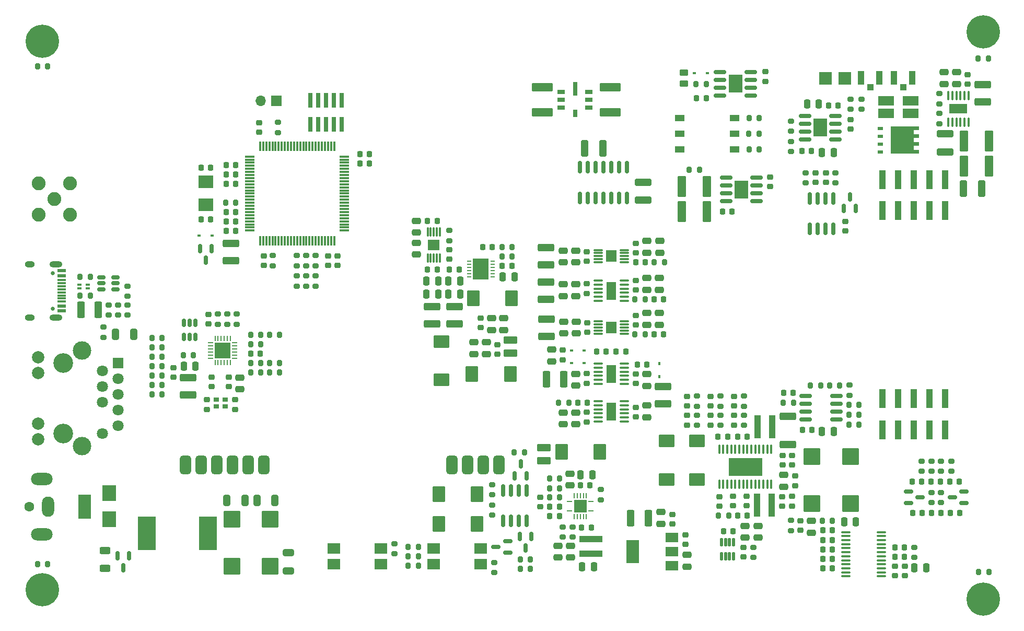
<source format=gts>
G04 #@! TF.GenerationSoftware,KiCad,Pcbnew,(6.0.0)*
G04 #@! TF.CreationDate,2022-07-08T19:13:57+08:00*
G04 #@! TF.ProjectId,kirdy,6b697264-792e-46b6-9963-61645f706362,rev?*
G04 #@! TF.SameCoordinates,Original*
G04 #@! TF.FileFunction,Soldermask,Top*
G04 #@! TF.FilePolarity,Negative*
%FSLAX46Y46*%
G04 Gerber Fmt 4.6, Leading zero omitted, Abs format (unit mm)*
G04 Created by KiCad (PCBNEW (6.0.0)) date 2022-07-08 19:13:57*
%MOMM*%
%LPD*%
G01*
G04 APERTURE LIST*
G04 Aperture macros list*
%AMRoundRect*
0 Rectangle with rounded corners*
0 $1 Rounding radius*
0 $2 $3 $4 $5 $6 $7 $8 $9 X,Y pos of 4 corners*
0 Add a 4 corners polygon primitive as box body*
4,1,4,$2,$3,$4,$5,$6,$7,$8,$9,$2,$3,0*
0 Add four circle primitives for the rounded corners*
1,1,$1+$1,$2,$3*
1,1,$1+$1,$4,$5*
1,1,$1+$1,$6,$7*
1,1,$1+$1,$8,$9*
0 Add four rect primitives between the rounded corners*
20,1,$1+$1,$2,$3,$4,$5,0*
20,1,$1+$1,$4,$5,$6,$7,0*
20,1,$1+$1,$6,$7,$8,$9,0*
20,1,$1+$1,$8,$9,$2,$3,0*%
%AMFreePoly0*
4,1,17,2.675000,1.605000,1.875000,1.605000,1.875000,0.935000,2.675000,0.935000,2.675000,0.335000,1.875000,0.335000,1.875000,-0.335000,2.675000,-0.335000,2.675000,-0.935000,1.875000,-0.935000,1.875000,-1.605000,2.675000,-1.605000,2.675000,-2.205000,-1.875000,-2.205000,-1.875000,2.205000,2.675000,2.205000,2.675000,1.605000,2.675000,1.605000,$1*%
G04 Aperture macros list end*
%ADD10C,3.200000*%
%ADD11R,1.800000X1.800000*%
%ADD12C,1.800000*%
%ADD13C,2.000000*%
%ADD14C,3.000000*%
%ADD15RoundRect,0.200000X0.200000X0.275000X-0.200000X0.275000X-0.200000X-0.275000X0.200000X-0.275000X0*%
%ADD16RoundRect,0.200000X-0.200000X-0.275000X0.200000X-0.275000X0.200000X0.275000X-0.200000X0.275000X0*%
%ADD17RoundRect,0.225000X-0.225000X-0.250000X0.225000X-0.250000X0.225000X0.250000X-0.225000X0.250000X0*%
%ADD18RoundRect,0.225000X0.225000X0.250000X-0.225000X0.250000X-0.225000X-0.250000X0.225000X-0.250000X0*%
%ADD19RoundRect,0.150000X0.150000X-0.587500X0.150000X0.587500X-0.150000X0.587500X-0.150000X-0.587500X0*%
%ADD20RoundRect,0.250000X-0.475000X0.250000X-0.475000X-0.250000X0.475000X-0.250000X0.475000X0.250000X0*%
%ADD21RoundRect,0.250000X1.075000X-0.375000X1.075000X0.375000X-1.075000X0.375000X-1.075000X-0.375000X0*%
%ADD22RoundRect,0.225000X0.250000X-0.225000X0.250000X0.225000X-0.250000X0.225000X-0.250000X-0.225000X0*%
%ADD23RoundRect,0.075000X-0.725000X-0.075000X0.725000X-0.075000X0.725000X0.075000X-0.725000X0.075000X0*%
%ADD24RoundRect,0.075000X-0.075000X-0.725000X0.075000X-0.725000X0.075000X0.725000X-0.075000X0.725000X0*%
%ADD25RoundRect,0.200000X-0.275000X0.200000X-0.275000X-0.200000X0.275000X-0.200000X0.275000X0.200000X0*%
%ADD26RoundRect,0.200000X0.275000X-0.200000X0.275000X0.200000X-0.275000X0.200000X-0.275000X-0.200000X0*%
%ADD27R,2.300000X2.500000*%
%ADD28R,2.900000X5.400000*%
%ADD29RoundRect,0.250000X0.250000X0.475000X-0.250000X0.475000X-0.250000X-0.475000X0.250000X-0.475000X0*%
%ADD30RoundRect,0.150000X-0.825000X-0.150000X0.825000X-0.150000X0.825000X0.150000X-0.825000X0.150000X0*%
%ADD31R,2.290000X3.000000*%
%ADD32RoundRect,0.250000X0.475000X-0.250000X0.475000X0.250000X-0.475000X0.250000X-0.475000X-0.250000X0*%
%ADD33RoundRect,0.150000X0.150000X-0.512500X0.150000X0.512500X-0.150000X0.512500X-0.150000X-0.512500X0*%
%ADD34RoundRect,0.249999X-0.450001X-1.450001X0.450001X-1.450001X0.450001X1.450001X-0.450001X1.450001X0*%
%ADD35RoundRect,0.225000X-0.250000X0.225000X-0.250000X-0.225000X0.250000X-0.225000X0.250000X0.225000X0*%
%ADD36C,2.250000*%
%ADD37C,0.650000*%
%ADD38R,1.450000X0.600000*%
%ADD39R,1.450000X0.300000*%
%ADD40O,1.600000X1.000000*%
%ADD41O,2.100000X1.000000*%
%ADD42RoundRect,0.100000X-0.625000X-0.100000X0.625000X-0.100000X0.625000X0.100000X-0.625000X0.100000X0*%
%ADD43R,1.650000X2.850000*%
%ADD44C,0.800000*%
%ADD45C,5.400000*%
%ADD46R,0.740000X2.400000*%
%ADD47R,2.000000X1.500000*%
%ADD48R,2.000000X3.800000*%
%ADD49RoundRect,0.100000X0.625000X0.100000X-0.625000X0.100000X-0.625000X-0.100000X0.625000X-0.100000X0*%
%ADD50RoundRect,0.250000X0.850000X-0.375000X0.850000X0.375000X-0.850000X0.375000X-0.850000X-0.375000X0*%
%ADD51R,0.900000X0.800000*%
%ADD52RoundRect,0.250000X0.325000X0.650000X-0.325000X0.650000X-0.325000X-0.650000X0.325000X-0.650000X0*%
%ADD53R,3.700000X0.980000*%
%ADD54RoundRect,0.250000X-0.250000X-0.475000X0.250000X-0.475000X0.250000X0.475000X-0.250000X0.475000X0*%
%ADD55RoundRect,0.150000X-0.150000X0.825000X-0.150000X-0.825000X0.150000X-0.825000X0.150000X0.825000X0*%
%ADD56R,1.000000X1.050000*%
%ADD57R,1.050000X2.200000*%
%ADD58RoundRect,0.099900X1.250100X-1.250100X1.250100X1.250100X-1.250100X1.250100X-1.250100X-1.250100X0*%
%ADD59RoundRect,0.250000X-0.375000X-1.075000X0.375000X-1.075000X0.375000X1.075000X-0.375000X1.075000X0*%
%ADD60R,0.600000X0.450000*%
%ADD61RoundRect,0.250000X0.787500X1.025000X-0.787500X1.025000X-0.787500X-1.025000X0.787500X-1.025000X0*%
%ADD62RoundRect,0.250000X-0.325000X-0.650000X0.325000X-0.650000X0.325000X0.650000X-0.325000X0.650000X0*%
%ADD63RoundRect,0.100000X-0.637500X-0.100000X0.637500X-0.100000X0.637500X0.100000X-0.637500X0.100000X0*%
%ADD64RoundRect,0.015000X0.275000X-0.135000X0.275000X0.135000X-0.275000X0.135000X-0.275000X-0.135000X0*%
%ADD65RoundRect,0.250000X-0.325000X-1.100000X0.325000X-1.100000X0.325000X1.100000X-0.325000X1.100000X0*%
%ADD66RoundRect,0.250000X-1.075000X0.375000X-1.075000X-0.375000X1.075000X-0.375000X1.075000X0.375000X0*%
%ADD67RoundRect,0.150000X-0.150000X0.587500X-0.150000X-0.587500X0.150000X-0.587500X0.150000X0.587500X0*%
%ADD68R,1.000000X3.150000*%
%ADD69R,2.000000X1.780000*%
%ADD70RoundRect,0.250000X1.075000X-0.362500X1.075000X0.362500X-1.075000X0.362500X-1.075000X-0.362500X0*%
%ADD71RoundRect,0.150000X0.825000X0.150000X-0.825000X0.150000X-0.825000X-0.150000X0.825000X-0.150000X0*%
%ADD72R,2.550000X1.550000*%
%ADD73RoundRect,0.249999X1.450001X-0.450001X1.450001X0.450001X-1.450001X0.450001X-1.450001X-0.450001X0*%
%ADD74RoundRect,0.250000X-0.787500X-1.025000X0.787500X-1.025000X0.787500X1.025000X-0.787500X1.025000X0*%
%ADD75R,2.000000X2.000000*%
%ADD76RoundRect,0.062500X0.062500X-0.350000X0.062500X0.350000X-0.062500X0.350000X-0.062500X-0.350000X0*%
%ADD77RoundRect,0.062500X0.350000X-0.062500X0.350000X0.062500X-0.350000X0.062500X-0.350000X-0.062500X0*%
%ADD78R,2.600000X2.600000*%
%ADD79RoundRect,0.250000X1.025000X-0.787500X1.025000X0.787500X-1.025000X0.787500X-1.025000X-0.787500X0*%
%ADD80RoundRect,0.250000X0.450000X-0.262500X0.450000X0.262500X-0.450000X0.262500X-0.450000X-0.262500X0*%
%ADD81R,0.980000X3.700000*%
%ADD82RoundRect,0.450000X-0.450000X-1.050000X0.450000X-1.050000X0.450000X1.050000X-0.450000X1.050000X0*%
%ADD83RoundRect,0.250000X-1.025000X0.787500X-1.025000X-0.787500X1.025000X-0.787500X1.025000X0.787500X0*%
%ADD84RoundRect,0.100000X-0.100000X0.625000X-0.100000X-0.625000X0.100000X-0.625000X0.100000X0.625000X0*%
%ADD85R,2.850000X1.650000*%
%ADD86RoundRect,0.250000X0.325000X1.100000X-0.325000X1.100000X-0.325000X-1.100000X0.325000X-1.100000X0*%
%ADD87RoundRect,0.250000X1.100000X-0.325000X1.100000X0.325000X-1.100000X0.325000X-1.100000X-0.325000X0*%
%ADD88R,0.700000X0.250000*%
%ADD89R,2.660000X3.380000*%
%ADD90R,1.700000X1.700000*%
%ADD91O,1.700000X1.700000*%
%ADD92RoundRect,0.100000X0.100000X-0.637500X0.100000X0.637500X-0.100000X0.637500X-0.100000X-0.637500X0*%
%ADD93R,5.400000X2.850000*%
%ADD94C,1.600000*%
%ADD95R,2.000000X4.000000*%
%ADD96O,2.000000X3.300000*%
%ADD97O,3.500000X2.000000*%
%ADD98RoundRect,0.125000X-0.125000X0.537500X-0.125000X-0.537500X0.125000X-0.537500X0.125000X0.537500X0*%
%ADD99RoundRect,0.075000X-0.650000X-0.075000X0.650000X-0.075000X0.650000X0.075000X-0.650000X0.075000X0*%
%ADD100R,1.680000X1.880000*%
%ADD101RoundRect,0.150000X0.587500X0.150000X-0.587500X0.150000X-0.587500X-0.150000X0.587500X-0.150000X0*%
%ADD102R,0.850000X0.280000*%
%ADD103R,0.280000X0.850000*%
%ADD104R,2.050000X2.050000*%
%ADD105RoundRect,0.249999X-1.450001X0.450001X-1.450001X-0.450001X1.450001X-0.450001X1.450001X0.450001X0*%
%ADD106RoundRect,0.075000X0.075000X-0.650000X0.075000X0.650000X-0.075000X0.650000X-0.075000X-0.650000X0*%
%ADD107R,1.880000X1.680000*%
%ADD108R,2.400000X2.000000*%
%ADD109FreePoly0,0.000000*%
%ADD110R,0.850000X0.500000*%
%ADD111R,1.500000X1.100000*%
%ADD112R,0.450000X0.600000*%
%ADD113RoundRect,0.250000X-1.100000X0.325000X-1.100000X-0.325000X1.100000X-0.325000X1.100000X0.325000X0*%
%ADD114RoundRect,0.249999X0.450001X1.450001X-0.450001X1.450001X-0.450001X-1.450001X0.450001X-1.450001X0*%
%ADD115RoundRect,0.250000X0.625000X-0.312500X0.625000X0.312500X-0.625000X0.312500X-0.625000X-0.312500X0*%
%ADD116RoundRect,0.250000X0.375000X1.075000X-0.375000X1.075000X-0.375000X-1.075000X0.375000X-1.075000X0*%
%ADD117R,1.295400X0.635000*%
%ADD118R,0.635000X1.295400*%
%ADD119R,0.635000X2.311400*%
%ADD120RoundRect,0.250000X-0.650000X0.325000X-0.650000X-0.325000X0.650000X-0.325000X0.650000X0.325000X0*%
%ADD121RoundRect,0.150000X-0.512500X-0.150000X0.512500X-0.150000X0.512500X0.150000X-0.512500X0.150000X0*%
%ADD122RoundRect,0.150000X-0.587500X-0.150000X0.587500X-0.150000X0.587500X0.150000X-0.587500X0.150000X0*%
G04 APERTURE END LIST*
D10*
X6906400Y-69122600D03*
X6906400Y-57692600D03*
D11*
X15796400Y-57692600D03*
D12*
X13256400Y-58962600D03*
X15796400Y-60232600D03*
X13256400Y-61502600D03*
X15796400Y-62772600D03*
X13256400Y-64042600D03*
X15796400Y-65312600D03*
X15796400Y-67852600D03*
X13256400Y-69122600D03*
D13*
X2846400Y-56772600D03*
X2846400Y-59312600D03*
X2846400Y-67492600D03*
X2846400Y-70032600D03*
D14*
X9956400Y-71152600D03*
X9956400Y-55652600D03*
D15*
X38925800Y-53117000D03*
X37275800Y-53117000D03*
X64469800Y-87521000D03*
X62819800Y-87521000D03*
D16*
X80991000Y-89515000D03*
X82641000Y-89515000D03*
D17*
X37325800Y-56165000D03*
X38875800Y-56165000D03*
D18*
X149189800Y-82022000D03*
X147639800Y-82022000D03*
D19*
X80104000Y-75949100D03*
X82004000Y-75949100D03*
X81054000Y-74074100D03*
D20*
X107978000Y-88793600D03*
X107978000Y-90693600D03*
D21*
X34077000Y-41128000D03*
X34077000Y-38328000D03*
D22*
X111838800Y-64661400D03*
X111838800Y-63111400D03*
D17*
X65953400Y-42534800D03*
X67503400Y-42534800D03*
D23*
X37156000Y-24226000D03*
X37156000Y-24726000D03*
X37156000Y-25226000D03*
X37156000Y-25726000D03*
X37156000Y-26226000D03*
X37156000Y-26726000D03*
X37156000Y-27226000D03*
X37156000Y-27726000D03*
X37156000Y-28226000D03*
X37156000Y-28726000D03*
X37156000Y-29226000D03*
X37156000Y-29726000D03*
X37156000Y-30226000D03*
X37156000Y-30726000D03*
X37156000Y-31226000D03*
X37156000Y-31726000D03*
X37156000Y-32226000D03*
X37156000Y-32726000D03*
X37156000Y-33226000D03*
X37156000Y-33726000D03*
X37156000Y-34226000D03*
X37156000Y-34726000D03*
X37156000Y-35226000D03*
X37156000Y-35726000D03*
X37156000Y-36226000D03*
D24*
X38831000Y-37901000D03*
X39331000Y-37901000D03*
X39831000Y-37901000D03*
X40331000Y-37901000D03*
X40831000Y-37901000D03*
X41331000Y-37901000D03*
X41831000Y-37901000D03*
X42331000Y-37901000D03*
X42831000Y-37901000D03*
X43331000Y-37901000D03*
X43831000Y-37901000D03*
X44331000Y-37901000D03*
X44831000Y-37901000D03*
X45331000Y-37901000D03*
X45831000Y-37901000D03*
X46331000Y-37901000D03*
X46831000Y-37901000D03*
X47331000Y-37901000D03*
X47831000Y-37901000D03*
X48331000Y-37901000D03*
X48831000Y-37901000D03*
X49331000Y-37901000D03*
X49831000Y-37901000D03*
X50331000Y-37901000D03*
X50831000Y-37901000D03*
D23*
X52506000Y-36226000D03*
X52506000Y-35726000D03*
X52506000Y-35226000D03*
X52506000Y-34726000D03*
X52506000Y-34226000D03*
X52506000Y-33726000D03*
X52506000Y-33226000D03*
X52506000Y-32726000D03*
X52506000Y-32226000D03*
X52506000Y-31726000D03*
X52506000Y-31226000D03*
X52506000Y-30726000D03*
X52506000Y-30226000D03*
X52506000Y-29726000D03*
X52506000Y-29226000D03*
X52506000Y-28726000D03*
X52506000Y-28226000D03*
X52506000Y-27726000D03*
X52506000Y-27226000D03*
X52506000Y-26726000D03*
X52506000Y-26226000D03*
X52506000Y-25726000D03*
X52506000Y-25226000D03*
X52506000Y-24726000D03*
X52506000Y-24226000D03*
D24*
X50831000Y-22551000D03*
X50331000Y-22551000D03*
X49831000Y-22551000D03*
X49331000Y-22551000D03*
X48831000Y-22551000D03*
X48331000Y-22551000D03*
X47831000Y-22551000D03*
X47331000Y-22551000D03*
X46831000Y-22551000D03*
X46331000Y-22551000D03*
X45831000Y-22551000D03*
X45331000Y-22551000D03*
X44831000Y-22551000D03*
X44331000Y-22551000D03*
X43831000Y-22551000D03*
X43331000Y-22551000D03*
X42831000Y-22551000D03*
X42331000Y-22551000D03*
X41831000Y-22551000D03*
X41331000Y-22551000D03*
X40831000Y-22551000D03*
X40331000Y-22551000D03*
X39831000Y-22551000D03*
X39331000Y-22551000D03*
X38831000Y-22551000D03*
D22*
X115648800Y-64661400D03*
X115648800Y-63111400D03*
D15*
X38925800Y-54641000D03*
X37275800Y-54641000D03*
D22*
X108028800Y-67760200D03*
X108028800Y-66210200D03*
D20*
X86106000Y-55537400D03*
X86106000Y-57437400D03*
D25*
X118773000Y-87547000D03*
X118773000Y-89197000D03*
D15*
X41973800Y-53117000D03*
X40323800Y-53117000D03*
D26*
X144833400Y-89210000D03*
X144833400Y-87560000D03*
D25*
X113413600Y-63061400D03*
X113413600Y-64711400D03*
D15*
X156834400Y-8362000D03*
X155184400Y-8362000D03*
D22*
X91770200Y-60986000D03*
X91770200Y-59436000D03*
D27*
X14351000Y-78749000D03*
X14351000Y-83049000D03*
D17*
X65953400Y-34635400D03*
X67503400Y-34635400D03*
D28*
X20466800Y-85307000D03*
X30366800Y-85307000D03*
D29*
X71226800Y-46504300D03*
X69326800Y-46504300D03*
D30*
X113377000Y-10521000D03*
X113377000Y-11791000D03*
X113377000Y-13061000D03*
X113377000Y-14331000D03*
X118327000Y-14331000D03*
X118327000Y-13061000D03*
X118327000Y-11791000D03*
X118327000Y-10521000D03*
D31*
X115852000Y-12426000D03*
D32*
X89029600Y-77536400D03*
X89029600Y-75636400D03*
D33*
X26482800Y-53492500D03*
X27432800Y-53492500D03*
X28382800Y-53492500D03*
X28382800Y-51217500D03*
X27432800Y-51217500D03*
X26482800Y-51217500D03*
D26*
X47793000Y-41947000D03*
X47793000Y-40297000D03*
D34*
X152890000Y-25781000D03*
X156990000Y-25781000D03*
D25*
X109603600Y-63061400D03*
X109603600Y-64711400D03*
D16*
X99581200Y-47358600D03*
X101231200Y-47358600D03*
D18*
X131536800Y-89426400D03*
X129986800Y-89426400D03*
D35*
X91770200Y-44869400D03*
X91770200Y-46419400D03*
X117186000Y-87571600D03*
X117186000Y-89121600D03*
D18*
X101232000Y-41389600D03*
X99682000Y-41389600D03*
D32*
X151684000Y-12474000D03*
X151684000Y-10574000D03*
D25*
X17325400Y-45230600D03*
X17325400Y-46880600D03*
X117223600Y-66160200D03*
X117223600Y-67810200D03*
D16*
X78019200Y-38875000D03*
X79669200Y-38875000D03*
D17*
X93332000Y-55880000D03*
X94882000Y-55880000D03*
D36*
X5461000Y-31115000D03*
X8001000Y-33655000D03*
X2921000Y-28575000D03*
X2921000Y-33655000D03*
X8001000Y-28575000D03*
D21*
X70335200Y-51324000D03*
X70335200Y-48524000D03*
D26*
X89436000Y-85895000D03*
X89436000Y-84245000D03*
D20*
X101473000Y-59515000D03*
X101473000Y-61415000D03*
D37*
X5193400Y-43102600D03*
X5193400Y-48882600D03*
D38*
X6638400Y-42742600D03*
X6638400Y-43542600D03*
D39*
X6638400Y-44742600D03*
X6638400Y-45742600D03*
X6638400Y-46242600D03*
X6638400Y-47242600D03*
D38*
X6638400Y-48442600D03*
X6638400Y-49242600D03*
X6638400Y-49242600D03*
X6638400Y-48442600D03*
D39*
X6638400Y-47742600D03*
X6638400Y-46742600D03*
X6638400Y-45242600D03*
X6638400Y-44242600D03*
D38*
X6638400Y-43542600D03*
X6638400Y-42742600D03*
D40*
X1543400Y-50312600D03*
D41*
X5723400Y-41672600D03*
D40*
X1543400Y-41672600D03*
D41*
X5723400Y-50312600D03*
D21*
X85191600Y-41799000D03*
X85191600Y-38999000D03*
D20*
X101473000Y-49583600D03*
X101473000Y-51483600D03*
D17*
X99936000Y-57975800D03*
X101486000Y-57975800D03*
D20*
X89992200Y-65712600D03*
X89992200Y-67612600D03*
D17*
X90743800Y-77551600D03*
X92293800Y-77551600D03*
D15*
X79669200Y-40399000D03*
X78019200Y-40399000D03*
D35*
X133632000Y-34765000D03*
X133632000Y-36315000D03*
D42*
X93582600Y-44362000D03*
X93582600Y-45012000D03*
X93582600Y-45662000D03*
X93582600Y-46312000D03*
X93582600Y-46962000D03*
X93582600Y-47612000D03*
X97882600Y-47612000D03*
X97882600Y-46962000D03*
X97882600Y-46312000D03*
X97882600Y-45662000D03*
X97882600Y-45012000D03*
X97882600Y-44362000D03*
D43*
X95732600Y-45987000D03*
D35*
X99695000Y-59486800D03*
X99695000Y-61036800D03*
D26*
X32004800Y-51402000D03*
X32004800Y-49752000D03*
D32*
X101523800Y-39799600D03*
X101523800Y-37899600D03*
D44*
X154568109Y-2568109D03*
X157431891Y-2568109D03*
D45*
X156000000Y-4000000D03*
D44*
X156000000Y-1975000D03*
X154568109Y-5431891D03*
X157431891Y-5431891D03*
X158025000Y-4000000D03*
X156000000Y-6025000D03*
X153975000Y-4000000D03*
D46*
X52060200Y-15105200D03*
X52060200Y-19005200D03*
X50790200Y-15105200D03*
X50790200Y-19005200D03*
X49520200Y-15105200D03*
X49520200Y-19005200D03*
X48250200Y-15105200D03*
X48250200Y-19005200D03*
X46980200Y-15105200D03*
X46980200Y-19005200D03*
D47*
X105540000Y-90545000D03*
D48*
X99240000Y-88245000D03*
D47*
X105540000Y-88245000D03*
X105540000Y-85945000D03*
D20*
X89992200Y-44935400D03*
X89992200Y-46835400D03*
D25*
X117223600Y-63061400D03*
X117223600Y-64711400D03*
D16*
X118047000Y-23114000D03*
X119697000Y-23114000D03*
D15*
X88836000Y-64122600D03*
X87186000Y-64122600D03*
D17*
X55003400Y-25400000D03*
X56553400Y-25400000D03*
D15*
X22923800Y-61245000D03*
X21273800Y-61245000D03*
D35*
X113284000Y-79362000D03*
X113284000Y-80912000D03*
D20*
X128171000Y-83294800D03*
X128171000Y-85194800D03*
D49*
X97882600Y-67170000D03*
X97882600Y-66520000D03*
X97882600Y-65870000D03*
X97882600Y-65220000D03*
X97882600Y-64570000D03*
X97882600Y-63920000D03*
X93582600Y-63920000D03*
X93582600Y-64570000D03*
X93582600Y-65220000D03*
X93582600Y-65870000D03*
X93582600Y-66520000D03*
X93582600Y-67170000D03*
D43*
X95732600Y-65545000D03*
D50*
X79375000Y-56124400D03*
X79375000Y-53974400D03*
D16*
X2731000Y-9652000D03*
X4381000Y-9652000D03*
D49*
X97882600Y-61074000D03*
X97882600Y-60424000D03*
X97882600Y-59774000D03*
X97882600Y-59124000D03*
X97882600Y-58474000D03*
X97882600Y-57824000D03*
X93582600Y-57824000D03*
X93582600Y-58474000D03*
X93582600Y-59124000D03*
X93582600Y-59774000D03*
X93582600Y-60424000D03*
X93582600Y-61074000D03*
D43*
X95732600Y-59449000D03*
D51*
X33150000Y-63627000D03*
X31750000Y-63627000D03*
X31750000Y-64727000D03*
X33150000Y-64727000D03*
D25*
X124841000Y-18479000D03*
X124841000Y-20129000D03*
D18*
X34852000Y-36296000D03*
X33302000Y-36296000D03*
D35*
X91770200Y-65684400D03*
X91770200Y-67234400D03*
D52*
X41251400Y-79984600D03*
X38301400Y-79984600D03*
D53*
X92433200Y-86247200D03*
X92433200Y-88617200D03*
D26*
X136284000Y-16553000D03*
X136284000Y-14903000D03*
D20*
X103505000Y-43919400D03*
X103505000Y-45819400D03*
D54*
X90772000Y-75824400D03*
X92672000Y-75824400D03*
D55*
X98298000Y-25973000D03*
X97028000Y-25973000D03*
X95758000Y-25973000D03*
X94488000Y-25973000D03*
X93218000Y-25973000D03*
X91948000Y-25973000D03*
X90678000Y-25973000D03*
X90678000Y-30923000D03*
X91948000Y-30923000D03*
X93218000Y-30923000D03*
X94488000Y-30923000D03*
X95758000Y-30923000D03*
X97028000Y-30923000D03*
X98298000Y-30923000D03*
D18*
X117744600Y-69638800D03*
X116194600Y-69638800D03*
D16*
X109461800Y-12522200D03*
X111111800Y-12522200D03*
D35*
X99695000Y-44297600D03*
X99695000Y-45847600D03*
D56*
X137696000Y-12968000D03*
D57*
X139171000Y-11443000D03*
X136221000Y-11443000D03*
D18*
X115320400Y-33127000D03*
X113770400Y-33127000D03*
D58*
X128286800Y-72890000D03*
X128286800Y-80510000D03*
X134506800Y-80510000D03*
X134506800Y-72890000D03*
D15*
X156908000Y-91567000D03*
X155258000Y-91567000D03*
X22923800Y-59721000D03*
X21273800Y-59721000D03*
D35*
X69522400Y-39321400D03*
X69522400Y-40871400D03*
D59*
X98907200Y-82885600D03*
X101707200Y-82885600D03*
D60*
X109236800Y-10744200D03*
X111336800Y-10744200D03*
D25*
X41697000Y-18707000D03*
X41697000Y-20357000D03*
X146001800Y-73577000D03*
X146001800Y-75227000D03*
D15*
X87365400Y-79482000D03*
X85715400Y-79482000D03*
D26*
X148940800Y-15701800D03*
X148940800Y-14051800D03*
D35*
X120678000Y-10482600D03*
X120678000Y-12032600D03*
D61*
X79586900Y-47215500D03*
X73361900Y-47215500D03*
D35*
X125529400Y-76013600D03*
X125529400Y-77563600D03*
D18*
X152110800Y-76942000D03*
X150560800Y-76942000D03*
D62*
X33401800Y-79973000D03*
X36351800Y-79973000D03*
D17*
X90284000Y-64122600D03*
X91834000Y-64122600D03*
D63*
X133741300Y-85114800D03*
X133741300Y-85764800D03*
X133741300Y-86414800D03*
X133741300Y-87064800D03*
X133741300Y-87714800D03*
X133741300Y-88364800D03*
X133741300Y-89014800D03*
X133741300Y-89664800D03*
X133741300Y-90314800D03*
X133741300Y-90964800D03*
X133741300Y-91614800D03*
X133741300Y-92264800D03*
X139466300Y-92264800D03*
X139466300Y-91614800D03*
X139466300Y-90964800D03*
X139466300Y-90314800D03*
X139466300Y-89664800D03*
X139466300Y-89014800D03*
X139466300Y-88364800D03*
X139466300Y-87714800D03*
X139466300Y-87064800D03*
X139466300Y-86414800D03*
X139466300Y-85764800D03*
X139466300Y-85114800D03*
D18*
X149062800Y-76942000D03*
X147512800Y-76942000D03*
D15*
X38925800Y-57689000D03*
X37275800Y-57689000D03*
D64*
X9558400Y-45568600D03*
X10868400Y-45568600D03*
X10868400Y-45018600D03*
X9558400Y-45018600D03*
D21*
X66728400Y-51336400D03*
X66728400Y-48536400D03*
D25*
X134317800Y-61283400D03*
X134317800Y-62933400D03*
X33528800Y-49752000D03*
X33528800Y-51402000D03*
D17*
X123662200Y-62565600D03*
X125212200Y-62565600D03*
D15*
X22923800Y-53625000D03*
X21273800Y-53625000D03*
D65*
X152830000Y-29464000D03*
X155780000Y-29464000D03*
D66*
X104114600Y-61478000D03*
X104114600Y-64278000D03*
D67*
X30963000Y-39168500D03*
X29063000Y-39168500D03*
X30013000Y-41043500D03*
D20*
X88011000Y-51006000D03*
X88011000Y-52906000D03*
D68*
X149860000Y-27970000D03*
X149860000Y-33020000D03*
X147320000Y-27970000D03*
X147320000Y-33020000D03*
X144780000Y-27970000D03*
X144780000Y-33020000D03*
X142240000Y-27970000D03*
X142240000Y-33020000D03*
X139700000Y-27970000D03*
X139700000Y-33020000D03*
D22*
X115648800Y-67760200D03*
X115648800Y-66210200D03*
D35*
X91821000Y-51181000D03*
X91821000Y-52731000D03*
D69*
X50744800Y-87775000D03*
X50744800Y-90315000D03*
X58364800Y-90315000D03*
X58364800Y-87775000D03*
D26*
X46269000Y-41947000D03*
X46269000Y-40297000D03*
D17*
X102679200Y-47358600D03*
X104229200Y-47358600D03*
X96532400Y-55880000D03*
X98082400Y-55880000D03*
D22*
X153462000Y-12502200D03*
X153462000Y-10952200D03*
D60*
X28963000Y-37058000D03*
X31063000Y-37058000D03*
D30*
X127143000Y-17645000D03*
X127143000Y-18915000D03*
X127143000Y-20185000D03*
X127143000Y-21455000D03*
X132093000Y-21455000D03*
X132093000Y-20185000D03*
X132093000Y-18915000D03*
X132093000Y-17645000D03*
D31*
X129618000Y-19550000D03*
D20*
X87960200Y-39474400D03*
X87960200Y-41374400D03*
D29*
X28382800Y-58197000D03*
X26482800Y-58197000D03*
D26*
X132054600Y-28491000D03*
X132054600Y-26841000D03*
D54*
X65778400Y-46497200D03*
X67678400Y-46497200D03*
D18*
X34852000Y-34772000D03*
X33302000Y-34772000D03*
D17*
X126619000Y-23348000D03*
X128169000Y-23348000D03*
D18*
X34852000Y-28676000D03*
X33302000Y-28676000D03*
D70*
X124361000Y-70936500D03*
X124361000Y-66311500D03*
D26*
X14277400Y-49928600D03*
X14277400Y-48278600D03*
D25*
X87861200Y-84245000D03*
X87861200Y-85895000D03*
D26*
X76454000Y-79057000D03*
X76454000Y-77407000D03*
D71*
X132220800Y-66834000D03*
X132220800Y-65564000D03*
X132220800Y-64294000D03*
X132220800Y-63024000D03*
X127270800Y-63024000D03*
X127270800Y-64294000D03*
X127270800Y-65564000D03*
X127270800Y-66834000D03*
D25*
X109603600Y-66160200D03*
X109603600Y-67810200D03*
D61*
X73978500Y-83820000D03*
X67753500Y-83820000D03*
D72*
X140293000Y-17261000D03*
X140293000Y-15211000D03*
X144243000Y-17261000D03*
X144243000Y-15211000D03*
D73*
X95554800Y-17086800D03*
X95554800Y-12986800D03*
D25*
X134506000Y-14903000D03*
X134506000Y-16553000D03*
D15*
X22923800Y-55149000D03*
X21273800Y-55149000D03*
D35*
X87884000Y-55613000D03*
X87884000Y-57163000D03*
D26*
X94008000Y-79849800D03*
X94008000Y-78199800D03*
D18*
X76444200Y-38875000D03*
X74894200Y-38875000D03*
D26*
X149176800Y-80307000D03*
X149176800Y-78657000D03*
D18*
X131536800Y-90950400D03*
X129986800Y-90950400D03*
D74*
X87668500Y-72089400D03*
X93893500Y-72089400D03*
D15*
X81650400Y-72166800D03*
X80000400Y-72166800D03*
X131586800Y-83254200D03*
X129936800Y-83254200D03*
D16*
X134241600Y-67721800D03*
X135891600Y-67721800D03*
D17*
X141696200Y-89147600D03*
X143246200Y-89147600D03*
D58*
X34244800Y-83021000D03*
X34244800Y-90641000D03*
X40464800Y-90641000D03*
X40464800Y-83021000D03*
D22*
X77241400Y-56268600D03*
X77241400Y-54718600D03*
D44*
X154568109Y-97431891D03*
X153975000Y-96000000D03*
X156000000Y-93975000D03*
D45*
X156000000Y-96000000D03*
D44*
X154568109Y-94568109D03*
X157431891Y-97431891D03*
X156000000Y-98025000D03*
X157431891Y-94568109D03*
X158025000Y-96000000D03*
D15*
X41973800Y-59213000D03*
X40323800Y-59213000D03*
D75*
X133604000Y-11557000D03*
D76*
X31516800Y-57594500D03*
X32016800Y-57594500D03*
X32516800Y-57594500D03*
X33016800Y-57594500D03*
X33516800Y-57594500D03*
X34016800Y-57594500D03*
D77*
X34704300Y-56907000D03*
X34704300Y-56407000D03*
X34704300Y-55907000D03*
X34704300Y-55407000D03*
X34704300Y-54907000D03*
X34704300Y-54407000D03*
D76*
X34016800Y-53719500D03*
X33516800Y-53719500D03*
X33016800Y-53719500D03*
X32516800Y-53719500D03*
X32016800Y-53719500D03*
X31516800Y-53719500D03*
D77*
X30829300Y-54407000D03*
X30829300Y-54907000D03*
X30829300Y-55407000D03*
X30829300Y-55907000D03*
X30829300Y-56407000D03*
X30829300Y-56907000D03*
D78*
X32766800Y-55657000D03*
D54*
X65778400Y-44414400D03*
X67678400Y-44414400D03*
D15*
X64469800Y-89045000D03*
X62819800Y-89045000D03*
D17*
X78069200Y-41932300D03*
X79619200Y-41932300D03*
D32*
X103606600Y-39799600D03*
X103606600Y-37899600D03*
D79*
X104726800Y-76562700D03*
X104726800Y-70337700D03*
D15*
X22923800Y-58197000D03*
X21273800Y-58197000D03*
D80*
X107492800Y-12418700D03*
X107492800Y-10593700D03*
D81*
X119416800Y-68072000D03*
X121786800Y-68072000D03*
D54*
X133494800Y-83432000D03*
X135394800Y-83432000D03*
D20*
X117413400Y-84120000D03*
X117413400Y-86020000D03*
D18*
X87315400Y-81006000D03*
X85765400Y-81006000D03*
D81*
X119391400Y-80713200D03*
X121761400Y-80713200D03*
D35*
X143284000Y-90645000D03*
X143284000Y-92195000D03*
D82*
X26725100Y-74200600D03*
X29265100Y-74200600D03*
X31805100Y-74200600D03*
X34345100Y-74200600D03*
X36885100Y-74200600D03*
X39425100Y-74200600D03*
X69905100Y-74200600D03*
X72445100Y-74200600D03*
X74985100Y-74200600D03*
X77525100Y-74200600D03*
D18*
X34852000Y-33248000D03*
X33302000Y-33248000D03*
D83*
X68199000Y-54222900D03*
X68199000Y-60447900D03*
D26*
X149176800Y-75227000D03*
X149176800Y-73577000D03*
D84*
X153613800Y-14352400D03*
X152963800Y-14352400D03*
X152313800Y-14352400D03*
X151663800Y-14352400D03*
X151013800Y-14352400D03*
X150363800Y-14352400D03*
X150363800Y-18652400D03*
X151013800Y-18652400D03*
X151663800Y-18652400D03*
X152313800Y-18652400D03*
X152963800Y-18652400D03*
X153613800Y-18652400D03*
D85*
X151988800Y-16502400D03*
D86*
X94388200Y-22936200D03*
X91438200Y-22936200D03*
D35*
X123446600Y-79341000D03*
X123446600Y-80891000D03*
D15*
X41973800Y-57689000D03*
X40323800Y-57689000D03*
D17*
X55003400Y-23876000D03*
X56553400Y-23876000D03*
D87*
X100863400Y-31320000D03*
X100863400Y-28370000D03*
D26*
X13462000Y-53530000D03*
X13462000Y-51880000D03*
D88*
X76499400Y-43706400D03*
X76499400Y-43206400D03*
X76499400Y-42706400D03*
X76499400Y-42206400D03*
X76499400Y-41706400D03*
X76499400Y-41206400D03*
X72699400Y-41206400D03*
X72699400Y-41706400D03*
X72699400Y-42206400D03*
X72699400Y-42706400D03*
X72699400Y-43206400D03*
X72699400Y-43706400D03*
D89*
X74599400Y-42456400D03*
D22*
X74549000Y-51956000D03*
X74549000Y-50406000D03*
D18*
X131536800Y-86378400D03*
X129986800Y-86378400D03*
D56*
X143030000Y-12968000D03*
D57*
X141555000Y-11443000D03*
X144505000Y-11443000D03*
D15*
X87365400Y-78008800D03*
X85715400Y-78008800D03*
D26*
X47793000Y-45249000D03*
X47793000Y-43599000D03*
D90*
X41443000Y-15214000D03*
D91*
X38903000Y-15214000D03*
D29*
X131788000Y-23602000D03*
X129888000Y-23602000D03*
D62*
X15416000Y-53086000D03*
X18366000Y-53086000D03*
D35*
X123472000Y-72699200D03*
X123472000Y-74249200D03*
D92*
X113227200Y-77378100D03*
X113877200Y-77378100D03*
X114527200Y-77378100D03*
X115177200Y-77378100D03*
X115827200Y-77378100D03*
X116477200Y-77378100D03*
X117127200Y-77378100D03*
X117777200Y-77378100D03*
X118427200Y-77378100D03*
X119077200Y-77378100D03*
X119727200Y-77378100D03*
X120377200Y-77378100D03*
X121027200Y-77378100D03*
X121677200Y-77378100D03*
X121677200Y-71653100D03*
X121027200Y-71653100D03*
X120377200Y-71653100D03*
X119727200Y-71653100D03*
X119077200Y-71653100D03*
X118427200Y-71653100D03*
X117777200Y-71653100D03*
X117127200Y-71653100D03*
X116477200Y-71653100D03*
X115827200Y-71653100D03*
X115177200Y-71653100D03*
X114527200Y-71653100D03*
X113877200Y-71653100D03*
X113227200Y-71653100D03*
D93*
X117452200Y-74515600D03*
D22*
X107774800Y-87089600D03*
X107774800Y-85539600D03*
D18*
X71059400Y-42509400D03*
X69509400Y-42509400D03*
D26*
X60596800Y-88614000D03*
X60596800Y-86964000D03*
D55*
X131727000Y-31033000D03*
X130457000Y-31033000D03*
X129187000Y-31033000D03*
X127917000Y-31033000D03*
X127917000Y-35983000D03*
X129187000Y-35983000D03*
X130457000Y-35983000D03*
X131727000Y-35983000D03*
D32*
X73431400Y-56240400D03*
X73431400Y-54340400D03*
X103736200Y-83759400D03*
X103736200Y-81859400D03*
X75463400Y-56240400D03*
X75463400Y-54340400D03*
D18*
X87315400Y-82530000D03*
X85765400Y-82530000D03*
D29*
X71226800Y-44414400D03*
X69326800Y-44414400D03*
D20*
X87960200Y-44935400D03*
X87960200Y-46835400D03*
D17*
X102679200Y-53022800D03*
X104229200Y-53022800D03*
D15*
X129644200Y-61371800D03*
X127994200Y-61371800D03*
D16*
X108369600Y-26339800D03*
X110019600Y-26339800D03*
D32*
X101473000Y-66482000D03*
X101473000Y-64582000D03*
D18*
X146014800Y-76942000D03*
X144464800Y-76942000D03*
D26*
X44745000Y-45249000D03*
X44745000Y-43599000D03*
D21*
X155900400Y-15370000D03*
X155900400Y-12570000D03*
D32*
X119535000Y-86020000D03*
X119535000Y-84120000D03*
D22*
X99695000Y-39827800D03*
X99695000Y-38277800D03*
D15*
X28028400Y-56438800D03*
X26378400Y-56438800D03*
D22*
X99695000Y-66434000D03*
X99695000Y-64884000D03*
D79*
X109654400Y-76549300D03*
X109654400Y-70324300D03*
D20*
X101473000Y-43919400D03*
X101473000Y-45819400D03*
D35*
X39411000Y-40334000D03*
X39411000Y-41884000D03*
D26*
X44745000Y-41947000D03*
X44745000Y-40297000D03*
D35*
X99695000Y-49961800D03*
X99695000Y-51511800D03*
D25*
X124869000Y-83216600D03*
X124869000Y-84866600D03*
D94*
X1427600Y-80975200D03*
D95*
X10427600Y-80975200D03*
D96*
X4427600Y-80975200D03*
D97*
X3427600Y-85475200D03*
X3427600Y-76475200D03*
D44*
X5591000Y-5512000D03*
X1541000Y-5512000D03*
X2134109Y-4080109D03*
X4997891Y-6943891D03*
X3566000Y-7537000D03*
X2134109Y-6943891D03*
X4997891Y-4080109D03*
D45*
X3566000Y-5512000D03*
D44*
X3566000Y-3487000D03*
D75*
X130429000Y-11557000D03*
D67*
X17587000Y-88978500D03*
X15687000Y-88978500D03*
X16637000Y-90853500D03*
D22*
X34736000Y-65206000D03*
X34736000Y-63656000D03*
D16*
X123612200Y-64140400D03*
X125262200Y-64140400D03*
D44*
X3556000Y-92387000D03*
D45*
X3556000Y-94412000D03*
D44*
X2124109Y-95843891D03*
X5581000Y-94412000D03*
X4987891Y-92980109D03*
X3556000Y-96437000D03*
X4987891Y-95843891D03*
X2124109Y-92980109D03*
X1531000Y-94412000D03*
D18*
X34852000Y-27152000D03*
X33302000Y-27152000D03*
D20*
X103505000Y-49583600D03*
X103505000Y-51483600D03*
D25*
X40894000Y-40297600D03*
X40894000Y-41947600D03*
D15*
X104330000Y-41389600D03*
X102680000Y-41389600D03*
D59*
X9829400Y-49103600D03*
X12629400Y-49103600D03*
D98*
X115543600Y-86726500D03*
X114893600Y-86726500D03*
X114243600Y-86726500D03*
X113593600Y-86726500D03*
X113593600Y-89001500D03*
X114243600Y-89001500D03*
X114893600Y-89001500D03*
X115543600Y-89001500D03*
D99*
X93582600Y-39373600D03*
X93582600Y-39873600D03*
X93582600Y-40373600D03*
X93582600Y-40873600D03*
X93582600Y-41373600D03*
X97882600Y-41373600D03*
X97882600Y-40873600D03*
X97882600Y-40373600D03*
X97882600Y-39873600D03*
X97882600Y-39373600D03*
D100*
X95732600Y-40373600D03*
D21*
X85267800Y-53356000D03*
X85267800Y-50556000D03*
D16*
X134254800Y-64470600D03*
X135904800Y-64470600D03*
D26*
X147652800Y-80307000D03*
X147652800Y-78657000D03*
D66*
X27178800Y-60099000D03*
X27178800Y-62899000D03*
D16*
X80991000Y-91039000D03*
X82641000Y-91039000D03*
D101*
X78936300Y-88463000D03*
X78936300Y-86563000D03*
X77061300Y-87513000D03*
D32*
X64188400Y-36543000D03*
X64188400Y-34643000D03*
D16*
X33252000Y-31724000D03*
X34902000Y-31724000D03*
D20*
X89992200Y-39474400D03*
X89992200Y-41374400D03*
D18*
X128285600Y-68534600D03*
X126735600Y-68534600D03*
D34*
X152890000Y-21717000D03*
X156990000Y-21717000D03*
D35*
X125046800Y-79315600D03*
X125046800Y-80865600D03*
D102*
X92431000Y-80154400D03*
D103*
X91706000Y-79179400D03*
X91206000Y-79179400D03*
X90706000Y-79179400D03*
X90206000Y-79179400D03*
X89706000Y-79179400D03*
D102*
X88981000Y-80154400D03*
X88981000Y-81654400D03*
D103*
X89706000Y-82629400D03*
X90206000Y-82629400D03*
X90706000Y-82629400D03*
X91206000Y-82629400D03*
X91706000Y-82629400D03*
D102*
X92431000Y-81654400D03*
D104*
X90706000Y-80904400D03*
D22*
X111838800Y-67760200D03*
X111838800Y-66210200D03*
D105*
X84531200Y-12961400D03*
X84531200Y-17061400D03*
D22*
X30480000Y-51346400D03*
X30480000Y-49796400D03*
D16*
X118021600Y-20574000D03*
X119671600Y-20574000D03*
D50*
X84812000Y-73545400D03*
X84812000Y-71395400D03*
D20*
X90043000Y-51006000D03*
X90043000Y-52906000D03*
D22*
X134506000Y-19805000D03*
X134506000Y-18255000D03*
D35*
X33782800Y-59962000D03*
X33782800Y-61512000D03*
D32*
X76327000Y-52334200D03*
X76327000Y-50434200D03*
D106*
X65982400Y-40722400D03*
X66482400Y-40722400D03*
X66982400Y-40722400D03*
X67482400Y-40722400D03*
X67982400Y-40722400D03*
X67982400Y-36422400D03*
X67482400Y-36422400D03*
X66982400Y-36422400D03*
X66482400Y-36422400D03*
X65982400Y-36422400D03*
D107*
X66982400Y-38572400D03*
D35*
X30164000Y-63656000D03*
X30164000Y-65206000D03*
D68*
X139700000Y-68550000D03*
X139700000Y-63500000D03*
X142240000Y-68550000D03*
X142240000Y-63500000D03*
X144780000Y-68550000D03*
X144780000Y-63500000D03*
X147320000Y-68550000D03*
X147320000Y-63500000D03*
X149860000Y-68550000D03*
X149860000Y-63500000D03*
D17*
X130937000Y-15982000D03*
X132487000Y-15982000D03*
X141696200Y-87623600D03*
X143246200Y-87623600D03*
D108*
X30013000Y-32050000D03*
X30013000Y-28350000D03*
D18*
X34852000Y-25628000D03*
X33302000Y-25628000D03*
D35*
X125021400Y-72699200D03*
X125021400Y-74249200D03*
D15*
X22923800Y-62769000D03*
X21273800Y-62769000D03*
X132768400Y-61346400D03*
X131118400Y-61346400D03*
D60*
X91372400Y-57671000D03*
X89272400Y-57671000D03*
D35*
X115471000Y-79277800D03*
X115471000Y-80827800D03*
D54*
X144874000Y-90912000D03*
X146774000Y-90912000D03*
D35*
X91770200Y-39649400D03*
X91770200Y-41199400D03*
D26*
X124841000Y-23431000D03*
X124841000Y-21781000D03*
D35*
X30988800Y-59962000D03*
X30988800Y-61512000D03*
D60*
X89272400Y-55689800D03*
X91372400Y-55689800D03*
D54*
X78148200Y-43710300D03*
X80048200Y-43710300D03*
D109*
X142918000Y-21570000D03*
D110*
X139368000Y-19665000D03*
X139368000Y-20935000D03*
X139368000Y-22205000D03*
X139368000Y-23475000D03*
D26*
X15801400Y-49928600D03*
X15801400Y-48278600D03*
D111*
X106830000Y-18014000D03*
X106830000Y-20554000D03*
X106830000Y-23094000D03*
X115730000Y-23094000D03*
X115730000Y-20554000D03*
X115730000Y-18014000D03*
D15*
X38925800Y-59213000D03*
X37275800Y-59213000D03*
D20*
X87960200Y-65712600D03*
X87960200Y-67612600D03*
D25*
X113413600Y-66160200D03*
X113413600Y-67810200D03*
D16*
X9639800Y-46761400D03*
X11289800Y-46761400D03*
D26*
X76756800Y-91695000D03*
X76756800Y-90045000D03*
D20*
X64188400Y-38199000D03*
X64188400Y-40099000D03*
D18*
X30788000Y-34446000D03*
X29238000Y-34446000D03*
D99*
X93582600Y-50956000D03*
X93582600Y-51456000D03*
X93582600Y-51956000D03*
X93582600Y-52456000D03*
X93582600Y-52956000D03*
X97882600Y-52956000D03*
X97882600Y-52456000D03*
X97882600Y-51956000D03*
X97882600Y-51456000D03*
X97882600Y-50956000D03*
D100*
X95732600Y-51956000D03*
D29*
X129360000Y-15728000D03*
X127460000Y-15728000D03*
D17*
X109562600Y-14782800D03*
X111112600Y-14782800D03*
D26*
X35052800Y-51402000D03*
X35052800Y-49752000D03*
D15*
X22923800Y-56673000D03*
X21273800Y-56673000D03*
D35*
X51349000Y-40347000D03*
X51349000Y-41897000D03*
D32*
X78333600Y-52334200D03*
X78333600Y-50434200D03*
D16*
X9642400Y-43769600D03*
X11292400Y-43769600D03*
D17*
X29238000Y-26064000D03*
X30788000Y-26064000D03*
D26*
X147652800Y-75227000D03*
X147652800Y-73577000D03*
D18*
X146141800Y-82022000D03*
X144591800Y-82022000D03*
D54*
X129862600Y-68788600D03*
X131762600Y-68788600D03*
D55*
X82059800Y-78340400D03*
X80789800Y-78340400D03*
X79519800Y-78340400D03*
X78249800Y-78340400D03*
X78249800Y-83290400D03*
X79519800Y-83290400D03*
X80789800Y-83290400D03*
X82059800Y-83290400D03*
D22*
X38649000Y-20307000D03*
X38649000Y-18757000D03*
D15*
X87365400Y-76434000D03*
X85715400Y-76434000D03*
D32*
X89992200Y-61364200D03*
X89992200Y-59464200D03*
D18*
X115484000Y-84943000D03*
X113934000Y-84943000D03*
D61*
X73978500Y-78994000D03*
X67753500Y-78994000D03*
D20*
X123700600Y-75838600D03*
X123700600Y-77738600D03*
D26*
X46269000Y-45249000D03*
X46269000Y-43599000D03*
D25*
X148940800Y-17252200D03*
X148940800Y-18902200D03*
D32*
X89154000Y-89215000D03*
X89154000Y-87315000D03*
D22*
X108028800Y-64661400D03*
X108028800Y-63111400D03*
D35*
X128806000Y-26891000D03*
X128806000Y-28441000D03*
X49825000Y-40334000D03*
X49825000Y-41884000D03*
D25*
X17325400Y-48278600D03*
X17325400Y-49928600D03*
D18*
X152237800Y-82022000D03*
X150687800Y-82022000D03*
D35*
X126393000Y-83266600D03*
X126393000Y-84816600D03*
D22*
X130530600Y-28441000D03*
X130530600Y-26891000D03*
D74*
X73163700Y-59469000D03*
X79388700Y-59469000D03*
D67*
X82791400Y-85783500D03*
X80891400Y-85783500D03*
X81841400Y-87658500D03*
D18*
X114595000Y-69613400D03*
X113045000Y-69613400D03*
X131536800Y-87902400D03*
X129986800Y-87902400D03*
D26*
X150827800Y-75227000D03*
X150827800Y-73577000D03*
D54*
X91026000Y-90683400D03*
X92926000Y-90683400D03*
D18*
X92497000Y-84358800D03*
X90947000Y-84358800D03*
D16*
X99581200Y-53022800D03*
X101231200Y-53022800D03*
D20*
X35560800Y-60041000D03*
X35560800Y-61941000D03*
D112*
X103505000Y-59889400D03*
X103505000Y-57789400D03*
D113*
X149855200Y-20513800D03*
X149855200Y-23463800D03*
D32*
X87122000Y-89215000D03*
X87122000Y-87315000D03*
D26*
X127254000Y-28511000D03*
X127254000Y-26861000D03*
D22*
X24765000Y-60007800D03*
X24765000Y-58457800D03*
D114*
X111261400Y-33127000D03*
X107161400Y-33127000D03*
D35*
X84254400Y-79469000D03*
X84254400Y-81019000D03*
D19*
X133444000Y-32667500D03*
X135344000Y-32667500D03*
X134394000Y-30792500D03*
D115*
X13716000Y-90997500D03*
X13716000Y-88072500D03*
D116*
X88039400Y-60312600D03*
X85239400Y-60312600D03*
D16*
X2731000Y-90297000D03*
X4381000Y-90297000D03*
D22*
X105615800Y-83787600D03*
X105615800Y-82237600D03*
D35*
X141721000Y-90645000D03*
X141721000Y-92195000D03*
X117680800Y-79277800D03*
X117680800Y-80827800D03*
D17*
X116220000Y-82403000D03*
X117770000Y-82403000D03*
D69*
X74566800Y-90315000D03*
X74566800Y-87775000D03*
X66946800Y-87775000D03*
X66946800Y-90315000D03*
D117*
X87630000Y-13741400D03*
X87630000Y-15011400D03*
X87630000Y-16281400D03*
D118*
X89865200Y-17246600D03*
D117*
X92100400Y-16281400D03*
X92100400Y-15011400D03*
X92100400Y-13741400D03*
D119*
X89865200Y-13284200D03*
D120*
X43434000Y-88466400D03*
X43434000Y-91416400D03*
D26*
X76454000Y-82359000D03*
X76454000Y-80709000D03*
D21*
X85191600Y-47387000D03*
X85191600Y-44587000D03*
D16*
X118075000Y-18014000D03*
X119725000Y-18014000D03*
D30*
X114356400Y-27666000D03*
X114356400Y-28936000D03*
X114356400Y-30206000D03*
X114356400Y-31476000D03*
X119306400Y-31476000D03*
X119306400Y-30206000D03*
X119306400Y-28936000D03*
X119306400Y-27666000D03*
D31*
X116831400Y-29571000D03*
D121*
X13139900Y-43835600D03*
X13139900Y-44785600D03*
X13139900Y-45735600D03*
X15414900Y-45735600D03*
X15414900Y-44785600D03*
X15414900Y-43835600D03*
D16*
X134254800Y-66096200D03*
X135904800Y-66096200D03*
X62819800Y-90569000D03*
X64469800Y-90569000D03*
D101*
X152908300Y-80432000D03*
X152908300Y-78532000D03*
X151033300Y-79482000D03*
D25*
X69522400Y-36223400D03*
X69522400Y-37873400D03*
D35*
X121437400Y-27546000D03*
X121437400Y-29096000D03*
D122*
X143921300Y-78532000D03*
X143921300Y-80432000D03*
X145796300Y-79482000D03*
D18*
X131536800Y-84829000D03*
X129986800Y-84829000D03*
D32*
X149652000Y-12474000D03*
X149652000Y-10574000D03*
D34*
X107161400Y-29088400D03*
X111261400Y-29088400D03*
D16*
X113122000Y-82403000D03*
X114772000Y-82403000D03*
M02*

</source>
